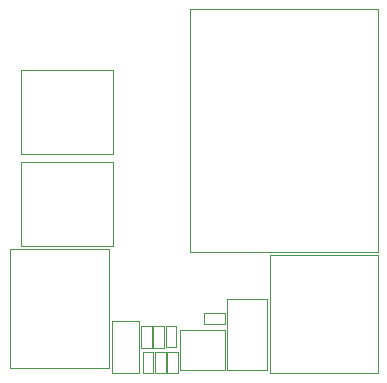
<source format=gbr>
%TF.GenerationSoftware,KiCad,Pcbnew,8.99.0-3218-gdd8f7901b1*%
%TF.CreationDate,2025-01-02T16:36:55-05:00*%
%TF.ProjectId,hack_matrix,6861636b-5f6d-4617-9472-69782e6b6963,rev?*%
%TF.SameCoordinates,Original*%
%TF.FileFunction,Other,User*%
%FSLAX46Y46*%
G04 Gerber Fmt 4.6, Leading zero omitted, Abs format (unit mm)*
G04 Created by KiCad (PCBNEW 8.99.0-3218-gdd8f7901b1) date 2025-01-02 16:36:55*
%MOMM*%
%LPD*%
G01*
G04 APERTURE LIST*
%ADD10C,0.050000*%
%ADD11C,0.100000*%
G04 APERTURE END LIST*
D10*
%TO.C,U5*%
X167090000Y-67450000D02*
X167090000Y-74550000D01*
X167090000Y-67450000D02*
X174910000Y-67450000D01*
X167090000Y-74550000D02*
X174910000Y-74550000D01*
X174910000Y-67450000D02*
X174910000Y-74550000D01*
%TO.C,C5*%
X179363587Y-89081430D02*
X180283587Y-89081430D01*
X179363587Y-90901430D02*
X179363587Y-89081430D01*
X180283587Y-89081430D02*
X180283587Y-90901430D01*
X180283587Y-90901430D02*
X179363587Y-90901430D01*
%TO.C,J1*%
X166150000Y-82597570D02*
X166150000Y-92647570D01*
X166150000Y-92647570D02*
X174570000Y-92647570D01*
X174570000Y-82597570D02*
X166150000Y-82597570D01*
X174570000Y-92647570D02*
X174570000Y-82597570D01*
%TO.C,C10*%
X182590000Y-88040000D02*
X184410000Y-88040000D01*
X182590000Y-88960000D02*
X182590000Y-88040000D01*
X184410000Y-88040000D02*
X184410000Y-88960000D01*
X184410000Y-88960000D02*
X182590000Y-88960000D01*
%TO.C,U1*%
X167090000Y-75248396D02*
X167090000Y-82348396D01*
X167090000Y-75248396D02*
X174910000Y-75248396D01*
X167090000Y-82348396D02*
X174910000Y-82348396D01*
X174910000Y-75248396D02*
X174910000Y-82348396D01*
%TO.C,SW2*%
X184581235Y-86853738D02*
X184581235Y-92853738D01*
X184581235Y-92853738D02*
X187981235Y-92853738D01*
X187981235Y-86853738D02*
X184581235Y-86853738D01*
X187981235Y-92853738D02*
X187981235Y-86853738D01*
%TO.C,U3*%
X180580000Y-89465677D02*
X180580000Y-92865677D01*
X180580000Y-92865677D02*
X184420000Y-92865677D01*
X184420000Y-89465677D02*
X180580000Y-89465677D01*
X184420000Y-92865677D02*
X184420000Y-89465677D01*
%TO.C,D1*%
X174831590Y-93117116D02*
X174831590Y-88717116D01*
X177131590Y-88717116D02*
X174831590Y-88717116D01*
X177131590Y-88717116D02*
X177131590Y-93117116D01*
X177131590Y-93117116D02*
X174831590Y-93117116D01*
%TO.C,U4*%
X181433227Y-62296067D02*
X181433227Y-82796067D01*
X181433227Y-82796067D02*
X197333227Y-82796067D01*
X197333227Y-62296067D02*
X181433227Y-62296067D01*
X197333227Y-82796067D02*
X197333227Y-62296067D01*
%TO.C,C3*%
X178455544Y-91279385D02*
X179375544Y-91279385D01*
X178455544Y-93099385D02*
X178455544Y-91279385D01*
X179375544Y-91279385D02*
X179375544Y-93099385D01*
X179375544Y-93099385D02*
X178455544Y-93099385D01*
%TO.C,J2*%
D11*
X188216183Y-93102955D02*
X197316183Y-93102955D01*
X197316183Y-83102955D01*
X188216183Y-83102955D01*
X188216183Y-93102955D01*
D10*
%TO.C,C6*%
X179498278Y-91278128D02*
X180418278Y-91278128D01*
X179498278Y-93098128D02*
X179498278Y-91278128D01*
X180418278Y-91278128D02*
X180418278Y-93098128D01*
X180418278Y-93098128D02*
X179498278Y-93098128D01*
%TO.C,R2*%
X177314613Y-89060000D02*
X178254613Y-89060000D01*
X177314613Y-90920000D02*
X177314613Y-89060000D01*
X178254613Y-89060000D02*
X178254613Y-90920000D01*
X178254613Y-90920000D02*
X177314613Y-90920000D01*
%TO.C,R1*%
X178314613Y-89060000D02*
X179254613Y-89060000D01*
X178314613Y-90920000D02*
X178314613Y-89060000D01*
X179254613Y-89060000D02*
X179254613Y-90920000D01*
X179254613Y-90920000D02*
X178314613Y-90920000D01*
%TO.C,C4*%
X177411743Y-91281559D02*
X178331743Y-91281559D01*
X177411743Y-93101559D02*
X177411743Y-91281559D01*
X178331743Y-91281559D02*
X178331743Y-93101559D01*
X178331743Y-93101559D02*
X177411743Y-93101559D01*
%TD*%
M02*

</source>
